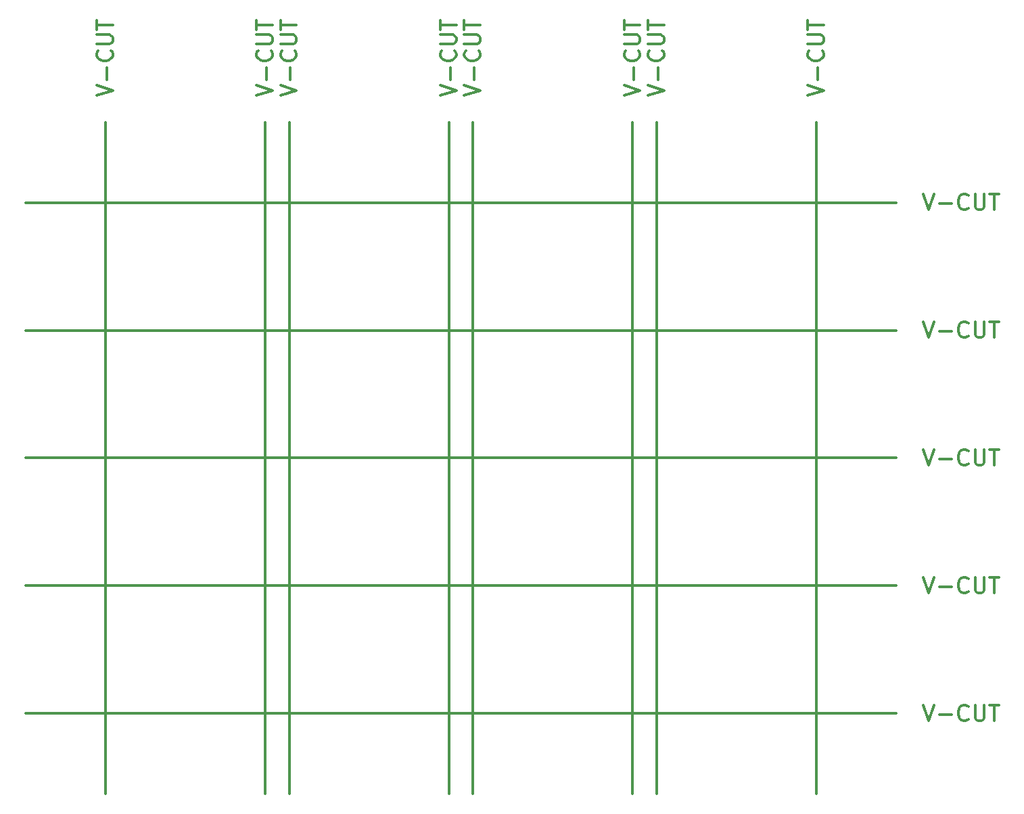
<source format=gbr>
%TF.GenerationSoftware,KiCad,Pcbnew,8.0.9-8.0.9-0~ubuntu24.04.1*%
%TF.CreationDate,2025-07-21T09:14:07-04:00*%
%TF.ProjectId,panel,70616e65-6c2e-46b6-9963-61645f706362,0.1.X*%
%TF.SameCoordinates,Original*%
%TF.FileFunction,Other,Comment*%
%FSLAX46Y46*%
G04 Gerber Fmt 4.6, Leading zero omitted, Abs format (unit mm)*
G04 Created by KiCad (PCBNEW 8.0.9-8.0.9-0~ubuntu24.04.1) date 2025-07-21 09:14:07*
%MOMM*%
%LPD*%
G01*
G04 APERTURE LIST*
%ADD10C,0.300000*%
G04 APERTURE END LIST*
D10*
X27000000Y3000000D02*
X27000000Y-81000000D01*
X73000000Y3000000D02*
X73000000Y-81000000D01*
X-3000000Y-7000000D02*
X106000000Y-7000000D01*
X76000000Y3000000D02*
X76000000Y-81000000D01*
X-3000000Y-23000000D02*
X106000000Y-23000000D01*
X50000000Y3000000D02*
X50000000Y-81000000D01*
X-3000000Y-39000000D02*
X106000000Y-39000000D01*
X30000000Y3000000D02*
X30000000Y-81000000D01*
X96000000Y3000000D02*
X96000000Y-81000000D01*
X-3000000Y-55000000D02*
X106000000Y-55000000D01*
X-3000000Y-71000000D02*
X106000000Y-71000000D01*
X7000000Y3000000D02*
X7000000Y-81000000D01*
X53000000Y3000000D02*
X53000000Y-81000000D01*
X109387844Y-5909638D02*
X110054510Y-7909638D01*
X110054510Y-7909638D02*
X110721177Y-5909638D01*
X111387844Y-7147733D02*
X112911654Y-7147733D01*
X115006891Y-7719161D02*
X114911653Y-7814400D01*
X114911653Y-7814400D02*
X114625939Y-7909638D01*
X114625939Y-7909638D02*
X114435463Y-7909638D01*
X114435463Y-7909638D02*
X114149748Y-7814400D01*
X114149748Y-7814400D02*
X113959272Y-7623923D01*
X113959272Y-7623923D02*
X113864034Y-7433447D01*
X113864034Y-7433447D02*
X113768796Y-7052495D01*
X113768796Y-7052495D02*
X113768796Y-6766780D01*
X113768796Y-6766780D02*
X113864034Y-6385828D01*
X113864034Y-6385828D02*
X113959272Y-6195352D01*
X113959272Y-6195352D02*
X114149748Y-6004876D01*
X114149748Y-6004876D02*
X114435463Y-5909638D01*
X114435463Y-5909638D02*
X114625939Y-5909638D01*
X114625939Y-5909638D02*
X114911653Y-6004876D01*
X114911653Y-6004876D02*
X115006891Y-6100114D01*
X115864034Y-5909638D02*
X115864034Y-7528685D01*
X115864034Y-7528685D02*
X115959272Y-7719161D01*
X115959272Y-7719161D02*
X116054510Y-7814400D01*
X116054510Y-7814400D02*
X116244986Y-7909638D01*
X116244986Y-7909638D02*
X116625939Y-7909638D01*
X116625939Y-7909638D02*
X116816415Y-7814400D01*
X116816415Y-7814400D02*
X116911653Y-7719161D01*
X116911653Y-7719161D02*
X117006891Y-7528685D01*
X117006891Y-7528685D02*
X117006891Y-5909638D01*
X117673558Y-5909638D02*
X118816415Y-5909638D01*
X118244986Y-7909638D02*
X118244986Y-5909638D01*
X28909638Y6387845D02*
X30909638Y7054511D01*
X30909638Y7054511D02*
X28909638Y7721178D01*
X30147733Y8387845D02*
X30147733Y9911654D01*
X30719161Y12006892D02*
X30814400Y11911654D01*
X30814400Y11911654D02*
X30909638Y11625940D01*
X30909638Y11625940D02*
X30909638Y11435464D01*
X30909638Y11435464D02*
X30814400Y11149749D01*
X30814400Y11149749D02*
X30623923Y10959273D01*
X30623923Y10959273D02*
X30433447Y10864035D01*
X30433447Y10864035D02*
X30052495Y10768797D01*
X30052495Y10768797D02*
X29766780Y10768797D01*
X29766780Y10768797D02*
X29385828Y10864035D01*
X29385828Y10864035D02*
X29195352Y10959273D01*
X29195352Y10959273D02*
X29004876Y11149749D01*
X29004876Y11149749D02*
X28909638Y11435464D01*
X28909638Y11435464D02*
X28909638Y11625940D01*
X28909638Y11625940D02*
X29004876Y11911654D01*
X29004876Y11911654D02*
X29100114Y12006892D01*
X28909638Y12864035D02*
X30528685Y12864035D01*
X30528685Y12864035D02*
X30719161Y12959273D01*
X30719161Y12959273D02*
X30814400Y13054511D01*
X30814400Y13054511D02*
X30909638Y13244987D01*
X30909638Y13244987D02*
X30909638Y13625940D01*
X30909638Y13625940D02*
X30814400Y13816416D01*
X30814400Y13816416D02*
X30719161Y13911654D01*
X30719161Y13911654D02*
X30528685Y14006892D01*
X30528685Y14006892D02*
X28909638Y14006892D01*
X28909638Y14673559D02*
X28909638Y15816416D01*
X30909638Y15244987D02*
X28909638Y15244987D01*
X94909638Y6387845D02*
X96909638Y7054511D01*
X96909638Y7054511D02*
X94909638Y7721178D01*
X96147733Y8387845D02*
X96147733Y9911654D01*
X96719161Y12006892D02*
X96814400Y11911654D01*
X96814400Y11911654D02*
X96909638Y11625940D01*
X96909638Y11625940D02*
X96909638Y11435464D01*
X96909638Y11435464D02*
X96814400Y11149749D01*
X96814400Y11149749D02*
X96623923Y10959273D01*
X96623923Y10959273D02*
X96433447Y10864035D01*
X96433447Y10864035D02*
X96052495Y10768797D01*
X96052495Y10768797D02*
X95766780Y10768797D01*
X95766780Y10768797D02*
X95385828Y10864035D01*
X95385828Y10864035D02*
X95195352Y10959273D01*
X95195352Y10959273D02*
X95004876Y11149749D01*
X95004876Y11149749D02*
X94909638Y11435464D01*
X94909638Y11435464D02*
X94909638Y11625940D01*
X94909638Y11625940D02*
X95004876Y11911654D01*
X95004876Y11911654D02*
X95100114Y12006892D01*
X94909638Y12864035D02*
X96528685Y12864035D01*
X96528685Y12864035D02*
X96719161Y12959273D01*
X96719161Y12959273D02*
X96814400Y13054511D01*
X96814400Y13054511D02*
X96909638Y13244987D01*
X96909638Y13244987D02*
X96909638Y13625940D01*
X96909638Y13625940D02*
X96814400Y13816416D01*
X96814400Y13816416D02*
X96719161Y13911654D01*
X96719161Y13911654D02*
X96528685Y14006892D01*
X96528685Y14006892D02*
X94909638Y14006892D01*
X94909638Y14673559D02*
X94909638Y15816416D01*
X96909638Y15244987D02*
X94909638Y15244987D01*
X109387844Y-69909638D02*
X110054510Y-71909638D01*
X110054510Y-71909638D02*
X110721177Y-69909638D01*
X111387844Y-71147733D02*
X112911654Y-71147733D01*
X115006891Y-71719161D02*
X114911653Y-71814400D01*
X114911653Y-71814400D02*
X114625939Y-71909638D01*
X114625939Y-71909638D02*
X114435463Y-71909638D01*
X114435463Y-71909638D02*
X114149748Y-71814400D01*
X114149748Y-71814400D02*
X113959272Y-71623923D01*
X113959272Y-71623923D02*
X113864034Y-71433447D01*
X113864034Y-71433447D02*
X113768796Y-71052495D01*
X113768796Y-71052495D02*
X113768796Y-70766780D01*
X113768796Y-70766780D02*
X113864034Y-70385828D01*
X113864034Y-70385828D02*
X113959272Y-70195352D01*
X113959272Y-70195352D02*
X114149748Y-70004876D01*
X114149748Y-70004876D02*
X114435463Y-69909638D01*
X114435463Y-69909638D02*
X114625939Y-69909638D01*
X114625939Y-69909638D02*
X114911653Y-70004876D01*
X114911653Y-70004876D02*
X115006891Y-70100114D01*
X115864034Y-69909638D02*
X115864034Y-71528685D01*
X115864034Y-71528685D02*
X115959272Y-71719161D01*
X115959272Y-71719161D02*
X116054510Y-71814400D01*
X116054510Y-71814400D02*
X116244986Y-71909638D01*
X116244986Y-71909638D02*
X116625939Y-71909638D01*
X116625939Y-71909638D02*
X116816415Y-71814400D01*
X116816415Y-71814400D02*
X116911653Y-71719161D01*
X116911653Y-71719161D02*
X117006891Y-71528685D01*
X117006891Y-71528685D02*
X117006891Y-69909638D01*
X117673558Y-69909638D02*
X118816415Y-69909638D01*
X118244986Y-71909638D02*
X118244986Y-69909638D01*
X51909638Y6387845D02*
X53909638Y7054511D01*
X53909638Y7054511D02*
X51909638Y7721178D01*
X53147733Y8387845D02*
X53147733Y9911654D01*
X53719161Y12006892D02*
X53814400Y11911654D01*
X53814400Y11911654D02*
X53909638Y11625940D01*
X53909638Y11625940D02*
X53909638Y11435464D01*
X53909638Y11435464D02*
X53814400Y11149749D01*
X53814400Y11149749D02*
X53623923Y10959273D01*
X53623923Y10959273D02*
X53433447Y10864035D01*
X53433447Y10864035D02*
X53052495Y10768797D01*
X53052495Y10768797D02*
X52766780Y10768797D01*
X52766780Y10768797D02*
X52385828Y10864035D01*
X52385828Y10864035D02*
X52195352Y10959273D01*
X52195352Y10959273D02*
X52004876Y11149749D01*
X52004876Y11149749D02*
X51909638Y11435464D01*
X51909638Y11435464D02*
X51909638Y11625940D01*
X51909638Y11625940D02*
X52004876Y11911654D01*
X52004876Y11911654D02*
X52100114Y12006892D01*
X51909638Y12864035D02*
X53528685Y12864035D01*
X53528685Y12864035D02*
X53719161Y12959273D01*
X53719161Y12959273D02*
X53814400Y13054511D01*
X53814400Y13054511D02*
X53909638Y13244987D01*
X53909638Y13244987D02*
X53909638Y13625940D01*
X53909638Y13625940D02*
X53814400Y13816416D01*
X53814400Y13816416D02*
X53719161Y13911654D01*
X53719161Y13911654D02*
X53528685Y14006892D01*
X53528685Y14006892D02*
X51909638Y14006892D01*
X51909638Y14673559D02*
X51909638Y15816416D01*
X53909638Y15244987D02*
X51909638Y15244987D01*
X71909638Y6387845D02*
X73909638Y7054511D01*
X73909638Y7054511D02*
X71909638Y7721178D01*
X73147733Y8387845D02*
X73147733Y9911654D01*
X73719161Y12006892D02*
X73814400Y11911654D01*
X73814400Y11911654D02*
X73909638Y11625940D01*
X73909638Y11625940D02*
X73909638Y11435464D01*
X73909638Y11435464D02*
X73814400Y11149749D01*
X73814400Y11149749D02*
X73623923Y10959273D01*
X73623923Y10959273D02*
X73433447Y10864035D01*
X73433447Y10864035D02*
X73052495Y10768797D01*
X73052495Y10768797D02*
X72766780Y10768797D01*
X72766780Y10768797D02*
X72385828Y10864035D01*
X72385828Y10864035D02*
X72195352Y10959273D01*
X72195352Y10959273D02*
X72004876Y11149749D01*
X72004876Y11149749D02*
X71909638Y11435464D01*
X71909638Y11435464D02*
X71909638Y11625940D01*
X71909638Y11625940D02*
X72004876Y11911654D01*
X72004876Y11911654D02*
X72100114Y12006892D01*
X71909638Y12864035D02*
X73528685Y12864035D01*
X73528685Y12864035D02*
X73719161Y12959273D01*
X73719161Y12959273D02*
X73814400Y13054511D01*
X73814400Y13054511D02*
X73909638Y13244987D01*
X73909638Y13244987D02*
X73909638Y13625940D01*
X73909638Y13625940D02*
X73814400Y13816416D01*
X73814400Y13816416D02*
X73719161Y13911654D01*
X73719161Y13911654D02*
X73528685Y14006892D01*
X73528685Y14006892D02*
X71909638Y14006892D01*
X71909638Y14673559D02*
X71909638Y15816416D01*
X73909638Y15244987D02*
X71909638Y15244987D01*
X48909638Y6387845D02*
X50909638Y7054511D01*
X50909638Y7054511D02*
X48909638Y7721178D01*
X50147733Y8387845D02*
X50147733Y9911654D01*
X50719161Y12006892D02*
X50814400Y11911654D01*
X50814400Y11911654D02*
X50909638Y11625940D01*
X50909638Y11625940D02*
X50909638Y11435464D01*
X50909638Y11435464D02*
X50814400Y11149749D01*
X50814400Y11149749D02*
X50623923Y10959273D01*
X50623923Y10959273D02*
X50433447Y10864035D01*
X50433447Y10864035D02*
X50052495Y10768797D01*
X50052495Y10768797D02*
X49766780Y10768797D01*
X49766780Y10768797D02*
X49385828Y10864035D01*
X49385828Y10864035D02*
X49195352Y10959273D01*
X49195352Y10959273D02*
X49004876Y11149749D01*
X49004876Y11149749D02*
X48909638Y11435464D01*
X48909638Y11435464D02*
X48909638Y11625940D01*
X48909638Y11625940D02*
X49004876Y11911654D01*
X49004876Y11911654D02*
X49100114Y12006892D01*
X48909638Y12864035D02*
X50528685Y12864035D01*
X50528685Y12864035D02*
X50719161Y12959273D01*
X50719161Y12959273D02*
X50814400Y13054511D01*
X50814400Y13054511D02*
X50909638Y13244987D01*
X50909638Y13244987D02*
X50909638Y13625940D01*
X50909638Y13625940D02*
X50814400Y13816416D01*
X50814400Y13816416D02*
X50719161Y13911654D01*
X50719161Y13911654D02*
X50528685Y14006892D01*
X50528685Y14006892D02*
X48909638Y14006892D01*
X48909638Y14673559D02*
X48909638Y15816416D01*
X50909638Y15244987D02*
X48909638Y15244987D01*
X25909638Y6387845D02*
X27909638Y7054511D01*
X27909638Y7054511D02*
X25909638Y7721178D01*
X27147733Y8387845D02*
X27147733Y9911654D01*
X27719161Y12006892D02*
X27814400Y11911654D01*
X27814400Y11911654D02*
X27909638Y11625940D01*
X27909638Y11625940D02*
X27909638Y11435464D01*
X27909638Y11435464D02*
X27814400Y11149749D01*
X27814400Y11149749D02*
X27623923Y10959273D01*
X27623923Y10959273D02*
X27433447Y10864035D01*
X27433447Y10864035D02*
X27052495Y10768797D01*
X27052495Y10768797D02*
X26766780Y10768797D01*
X26766780Y10768797D02*
X26385828Y10864035D01*
X26385828Y10864035D02*
X26195352Y10959273D01*
X26195352Y10959273D02*
X26004876Y11149749D01*
X26004876Y11149749D02*
X25909638Y11435464D01*
X25909638Y11435464D02*
X25909638Y11625940D01*
X25909638Y11625940D02*
X26004876Y11911654D01*
X26004876Y11911654D02*
X26100114Y12006892D01*
X25909638Y12864035D02*
X27528685Y12864035D01*
X27528685Y12864035D02*
X27719161Y12959273D01*
X27719161Y12959273D02*
X27814400Y13054511D01*
X27814400Y13054511D02*
X27909638Y13244987D01*
X27909638Y13244987D02*
X27909638Y13625940D01*
X27909638Y13625940D02*
X27814400Y13816416D01*
X27814400Y13816416D02*
X27719161Y13911654D01*
X27719161Y13911654D02*
X27528685Y14006892D01*
X27528685Y14006892D02*
X25909638Y14006892D01*
X25909638Y14673559D02*
X25909638Y15816416D01*
X27909638Y15244987D02*
X25909638Y15244987D01*
X5909638Y6387845D02*
X7909638Y7054511D01*
X7909638Y7054511D02*
X5909638Y7721178D01*
X7147733Y8387845D02*
X7147733Y9911654D01*
X7719161Y12006892D02*
X7814400Y11911654D01*
X7814400Y11911654D02*
X7909638Y11625940D01*
X7909638Y11625940D02*
X7909638Y11435464D01*
X7909638Y11435464D02*
X7814400Y11149749D01*
X7814400Y11149749D02*
X7623923Y10959273D01*
X7623923Y10959273D02*
X7433447Y10864035D01*
X7433447Y10864035D02*
X7052495Y10768797D01*
X7052495Y10768797D02*
X6766780Y10768797D01*
X6766780Y10768797D02*
X6385828Y10864035D01*
X6385828Y10864035D02*
X6195352Y10959273D01*
X6195352Y10959273D02*
X6004876Y11149749D01*
X6004876Y11149749D02*
X5909638Y11435464D01*
X5909638Y11435464D02*
X5909638Y11625940D01*
X5909638Y11625940D02*
X6004876Y11911654D01*
X6004876Y11911654D02*
X6100114Y12006892D01*
X5909638Y12864035D02*
X7528685Y12864035D01*
X7528685Y12864035D02*
X7719161Y12959273D01*
X7719161Y12959273D02*
X7814400Y13054511D01*
X7814400Y13054511D02*
X7909638Y13244987D01*
X7909638Y13244987D02*
X7909638Y13625940D01*
X7909638Y13625940D02*
X7814400Y13816416D01*
X7814400Y13816416D02*
X7719161Y13911654D01*
X7719161Y13911654D02*
X7528685Y14006892D01*
X7528685Y14006892D02*
X5909638Y14006892D01*
X5909638Y14673559D02*
X5909638Y15816416D01*
X7909638Y15244987D02*
X5909638Y15244987D01*
X74909638Y6387845D02*
X76909638Y7054511D01*
X76909638Y7054511D02*
X74909638Y7721178D01*
X76147733Y8387845D02*
X76147733Y9911654D01*
X76719161Y12006892D02*
X76814400Y11911654D01*
X76814400Y11911654D02*
X76909638Y11625940D01*
X76909638Y11625940D02*
X76909638Y11435464D01*
X76909638Y11435464D02*
X76814400Y11149749D01*
X76814400Y11149749D02*
X76623923Y10959273D01*
X76623923Y10959273D02*
X76433447Y10864035D01*
X76433447Y10864035D02*
X76052495Y10768797D01*
X76052495Y10768797D02*
X75766780Y10768797D01*
X75766780Y10768797D02*
X75385828Y10864035D01*
X75385828Y10864035D02*
X75195352Y10959273D01*
X75195352Y10959273D02*
X75004876Y11149749D01*
X75004876Y11149749D02*
X74909638Y11435464D01*
X74909638Y11435464D02*
X74909638Y11625940D01*
X74909638Y11625940D02*
X75004876Y11911654D01*
X75004876Y11911654D02*
X75100114Y12006892D01*
X74909638Y12864035D02*
X76528685Y12864035D01*
X76528685Y12864035D02*
X76719161Y12959273D01*
X76719161Y12959273D02*
X76814400Y13054511D01*
X76814400Y13054511D02*
X76909638Y13244987D01*
X76909638Y13244987D02*
X76909638Y13625940D01*
X76909638Y13625940D02*
X76814400Y13816416D01*
X76814400Y13816416D02*
X76719161Y13911654D01*
X76719161Y13911654D02*
X76528685Y14006892D01*
X76528685Y14006892D02*
X74909638Y14006892D01*
X74909638Y14673559D02*
X74909638Y15816416D01*
X76909638Y15244987D02*
X74909638Y15244987D01*
X109387844Y-21909638D02*
X110054510Y-23909638D01*
X110054510Y-23909638D02*
X110721177Y-21909638D01*
X111387844Y-23147733D02*
X112911654Y-23147733D01*
X115006891Y-23719161D02*
X114911653Y-23814400D01*
X114911653Y-23814400D02*
X114625939Y-23909638D01*
X114625939Y-23909638D02*
X114435463Y-23909638D01*
X114435463Y-23909638D02*
X114149748Y-23814400D01*
X114149748Y-23814400D02*
X113959272Y-23623923D01*
X113959272Y-23623923D02*
X113864034Y-23433447D01*
X113864034Y-23433447D02*
X113768796Y-23052495D01*
X113768796Y-23052495D02*
X113768796Y-22766780D01*
X113768796Y-22766780D02*
X113864034Y-22385828D01*
X113864034Y-22385828D02*
X113959272Y-22195352D01*
X113959272Y-22195352D02*
X114149748Y-22004876D01*
X114149748Y-22004876D02*
X114435463Y-21909638D01*
X114435463Y-21909638D02*
X114625939Y-21909638D01*
X114625939Y-21909638D02*
X114911653Y-22004876D01*
X114911653Y-22004876D02*
X115006891Y-22100114D01*
X115864034Y-21909638D02*
X115864034Y-23528685D01*
X115864034Y-23528685D02*
X115959272Y-23719161D01*
X115959272Y-23719161D02*
X116054510Y-23814400D01*
X116054510Y-23814400D02*
X116244986Y-23909638D01*
X116244986Y-23909638D02*
X116625939Y-23909638D01*
X116625939Y-23909638D02*
X116816415Y-23814400D01*
X116816415Y-23814400D02*
X116911653Y-23719161D01*
X116911653Y-23719161D02*
X117006891Y-23528685D01*
X117006891Y-23528685D02*
X117006891Y-21909638D01*
X117673558Y-21909638D02*
X118816415Y-21909638D01*
X118244986Y-23909638D02*
X118244986Y-21909638D01*
X109387844Y-53909638D02*
X110054510Y-55909638D01*
X110054510Y-55909638D02*
X110721177Y-53909638D01*
X111387844Y-55147733D02*
X112911654Y-55147733D01*
X115006891Y-55719161D02*
X114911653Y-55814400D01*
X114911653Y-55814400D02*
X114625939Y-55909638D01*
X114625939Y-55909638D02*
X114435463Y-55909638D01*
X114435463Y-55909638D02*
X114149748Y-55814400D01*
X114149748Y-55814400D02*
X113959272Y-55623923D01*
X113959272Y-55623923D02*
X113864034Y-55433447D01*
X113864034Y-55433447D02*
X113768796Y-55052495D01*
X113768796Y-55052495D02*
X113768796Y-54766780D01*
X113768796Y-54766780D02*
X113864034Y-54385828D01*
X113864034Y-54385828D02*
X113959272Y-54195352D01*
X113959272Y-54195352D02*
X114149748Y-54004876D01*
X114149748Y-54004876D02*
X114435463Y-53909638D01*
X114435463Y-53909638D02*
X114625939Y-53909638D01*
X114625939Y-53909638D02*
X114911653Y-54004876D01*
X114911653Y-54004876D02*
X115006891Y-54100114D01*
X115864034Y-53909638D02*
X115864034Y-55528685D01*
X115864034Y-55528685D02*
X115959272Y-55719161D01*
X115959272Y-55719161D02*
X116054510Y-55814400D01*
X116054510Y-55814400D02*
X116244986Y-55909638D01*
X116244986Y-55909638D02*
X116625939Y-55909638D01*
X116625939Y-55909638D02*
X116816415Y-55814400D01*
X116816415Y-55814400D02*
X116911653Y-55719161D01*
X116911653Y-55719161D02*
X117006891Y-55528685D01*
X117006891Y-55528685D02*
X117006891Y-53909638D01*
X117673558Y-53909638D02*
X118816415Y-53909638D01*
X118244986Y-55909638D02*
X118244986Y-53909638D01*
X109387844Y-37909638D02*
X110054510Y-39909638D01*
X110054510Y-39909638D02*
X110721177Y-37909638D01*
X111387844Y-39147733D02*
X112911654Y-39147733D01*
X115006891Y-39719161D02*
X114911653Y-39814400D01*
X114911653Y-39814400D02*
X114625939Y-39909638D01*
X114625939Y-39909638D02*
X114435463Y-39909638D01*
X114435463Y-39909638D02*
X114149748Y-39814400D01*
X114149748Y-39814400D02*
X113959272Y-39623923D01*
X113959272Y-39623923D02*
X113864034Y-39433447D01*
X113864034Y-39433447D02*
X113768796Y-39052495D01*
X113768796Y-39052495D02*
X113768796Y-38766780D01*
X113768796Y-38766780D02*
X113864034Y-38385828D01*
X113864034Y-38385828D02*
X113959272Y-38195352D01*
X113959272Y-38195352D02*
X114149748Y-38004876D01*
X114149748Y-38004876D02*
X114435463Y-37909638D01*
X114435463Y-37909638D02*
X114625939Y-37909638D01*
X114625939Y-37909638D02*
X114911653Y-38004876D01*
X114911653Y-38004876D02*
X115006891Y-38100114D01*
X115864034Y-37909638D02*
X115864034Y-39528685D01*
X115864034Y-39528685D02*
X115959272Y-39719161D01*
X115959272Y-39719161D02*
X116054510Y-39814400D01*
X116054510Y-39814400D02*
X116244986Y-39909638D01*
X116244986Y-39909638D02*
X116625939Y-39909638D01*
X116625939Y-39909638D02*
X116816415Y-39814400D01*
X116816415Y-39814400D02*
X116911653Y-39719161D01*
X116911653Y-39719161D02*
X117006891Y-39528685D01*
X117006891Y-39528685D02*
X117006891Y-37909638D01*
X117673558Y-37909638D02*
X118816415Y-37909638D01*
X118244986Y-39909638D02*
X118244986Y-37909638D01*
M02*

</source>
